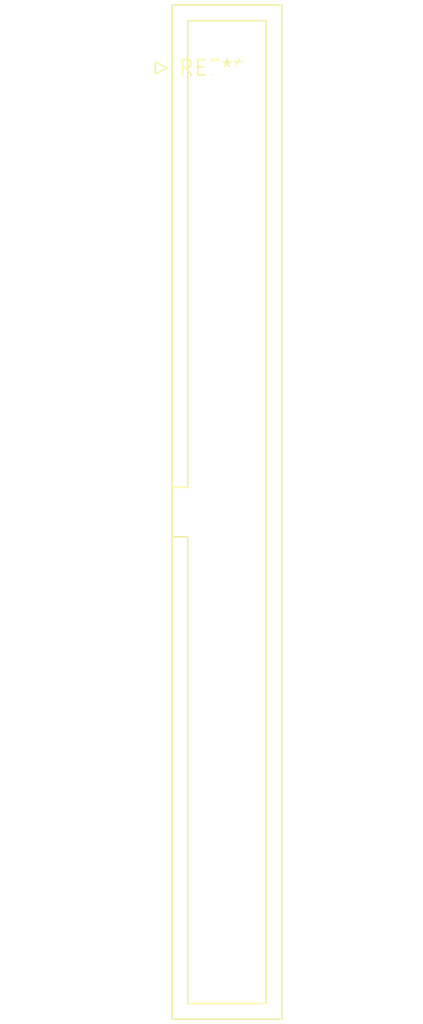
<source format=kicad_pcb>
(kicad_pcb (version 20240108) (generator pcbnew)
  (layers (0 "F.Cu" signal) (31 "B.Cu" signal) (34 "B.Paste" user) (35 "F.Paste" user) (36 "B.SilkS" user "B.Silkscreen") (37 "F.SilkS" user "F.Silkscreen") (38 "B.Mask" user) (39 "F.Mask" user) (44 "Edge.Cuts" user))
  (net 0 "")
  (footprint "IDC-Header_2x30_P2.54mm_Vertical" (layer "F.Cu") (at 0 0)
    (property "Reference" "REF**")
    (property "Value" "IDC-Header_2x30_P2.54mm_Vertical")
    (fp_line (start -4.68 -0.5) (end -4.68 0.5) (layer "F.SilkS") (stroke (width 0.12)))
    (fp_line (start -4.68 0.5) (end -3.68 0) (layer "F.SilkS") (stroke (width 0.12)))
    (fp_line (start -3.68 0) (end -4.68 -0.5) (layer "F.SilkS") (stroke (width 0.12)))
    (fp_line (start -3.29 -5.21) (end 5.83 -5.21) (layer "F.SilkS") (stroke (width 0.12)))
    (fp_line (start -3.29 34.78) (end -1.98 34.78) (layer "F.SilkS") (stroke (width 0.12)))
    (fp_line (start -3.29 78.87) (end -3.29 -5.21) (layer "F.SilkS") (stroke (width 0.12)))
    (fp_line (start -1.98 -3.91) (end 4.52 -3.91) (layer "F.SilkS") (stroke (width 0.12)))
    (fp_line (start -1.98 34.78) (end -1.98 -3.91) (layer "F.SilkS") (stroke (width 0.12)))
    (fp_line (start -1.98 38.88) (end -3.29 38.88) (layer "F.SilkS") (stroke (width 0.12)))
    (fp_line (start -1.98 38.88) (end -1.98 38.88) (layer "F.SilkS") (stroke (width 0.12)))
    (fp_line (start -1.98 77.57) (end -1.98 38.88) (layer "F.SilkS") (stroke (width 0.12)))
    (fp_line (start 4.52 -3.91) (end 4.52 77.57) (layer "F.SilkS") (stroke (width 0.12)))
    (fp_line (start 4.52 77.57) (end -1.98 77.57) (layer "F.SilkS") (stroke (width 0.12)))
    (fp_line (start 5.83 -5.21) (end 5.83 78.87) (layer "F.SilkS") (stroke (width 0.12)))
    (fp_line (start 5.83 78.87) (end -3.29 78.87) (layer "F.SilkS") (stroke (width 0.12)))
    (pad "1" thru_hole roundrect (at 0 0) (size 1.7 1.7) (drill 1) (layers *.Cu *.Mask) (remove_unused_layers) (roundrect_rratio 0.147059))
    (pad "2" thru_hole circle (at 2.54 0) (size 1.7 1.7) (drill 1) (layers *.Cu *.Mask) (remove_unused_layers))
    (pad "3" thru_hole circle (at 0 2.54) (size 1.7 1.7) (drill 1) (layers *.Cu *.Mask) (remove_unused_layers))
    (pad "4" thru_hole circle (at 2.54 2.54) (size 1.7 1.7) (drill 1) (layers *.Cu *.Mask) (remove_unused_layers))
    (pad "5" thru_hole circle (at 0 5.08) (size 1.7 1.7) (drill 1) (layers *.Cu *.Mask) (remove_unused_layers))
    (pad "6" thru_hole circle (at 2.54 5.08) (size 1.7 1.7) (drill 1) (layers *.Cu *.Mask) (remove_unused_layers))
    (pad "7" thru_hole circle (at 0 7.62) (size 1.7 1.7) (drill 1) (layers *.Cu *.Mask) (remove_unused_layers))
    (pad "8" thru_hole circle (at 2.54 7.62) (size 1.7 1.7) (drill 1) (layers *.Cu *.Mask) (remove_unused_layers))
    (pad "9" thru_hole circle (at 0 10.16) (size 1.7 1.7) (drill 1) (layers *.Cu *.Mask) (remove_unused_layers))
    (pad "10" thru_hole circle (at 2.54 10.16) (size 1.7 1.7) (drill 1) (layers *.Cu *.Mask) (remove_unused_layers))
    (pad "11" thru_hole circle (at 0 12.7) (size 1.7 1.7) (drill 1) (layers *.Cu *.Mask) (remove_unused_layers))
    (pad "12" thru_hole circle (at 2.54 12.7) (size 1.7 1.7) (drill 1) (layers *.Cu *.Mask) (remove_unused_layers))
    (pad "13" thru_hole circle (at 0 15.24) (size 1.7 1.7) (drill 1) (layers *.Cu *.Mask) (remove_unused_layers))
    (pad "14" thru_hole circle (at 2.54 15.24) (size 1.7 1.7) (drill 1) (layers *.Cu *.Mask) (remove_unused_layers))
    (pad "15" thru_hole circle (at 0 17.78) (size 1.7 1.7) (drill 1) (layers *.Cu *.Mask) (remove_unused_layers))
    (pad "16" thru_hole circle (at 2.54 17.78) (size 1.7 1.7) (drill 1) (layers *.Cu *.Mask) (remove_unused_layers))
    (pad "17" thru_hole circle (at 0 20.32) (size 1.7 1.7) (drill 1) (layers *.Cu *.Mask) (remove_unused_layers))
    (pad "18" thru_hole circle (at 2.54 20.32) (size 1.7 1.7) (drill 1) (layers *.Cu *.Mask) (remove_unused_layers))
    (pad "19" thru_hole circle (at 0 22.86) (size 1.7 1.7) (drill 1) (layers *.Cu *.Mask) (remove_unused_layers))
    (pad "20" thru_hole circle (at 2.54 22.86) (size 1.7 1.7) (drill 1) (layers *.Cu *.Mask) (remove_unused_layers))
    (pad "21" thru_hole circle (at 0 25.4) (size 1.7 1.7) (drill 1) (layers *.Cu *.Mask) (remove_unused_layers))
    (pad "22" thru_hole circle (at 2.54 25.4) (size 1.7 1.7) (drill 1) (layers *.Cu *.Mask) (remove_unused_layers))
    (pad "23" thru_hole circle (at 0 27.94) (size 1.7 1.7) (drill 1) (layers *.Cu *.Mask) (remove_unused_layers))
    (pad "24" thru_hole circle (at 2.54 27.94) (size 1.7 1.7) (drill 1) (layers *.Cu *.Mask) (remove_unused_layers))
    (pad "25" thru_hole circle (at 0 30.48) (size 1.7 1.7) (drill 1) (layers *.Cu *.Mask) (remove_unused_layers))
    (pad "26" thru_hole circle (at 2.54 30.48) (size 1.7 1.7) (drill 1) (layers *.Cu *.Mask) (remove_unused_layers))
    (pad "27" thru_hole circle (at 0 33.02) (size 1.7 1.7) (drill 1) (layers *.Cu *.Mask) (remove_unused_layers))
    (pad "28" thru_hole circle (at 2.54 33.02) (size 1.7 1.7) (drill 1) (layers *.Cu *.Mask) (remove_unused_layers))
    (pad "29" thru_hole circle (at 0 35.56) (size 1.7 1.7) (drill 1) (layers *.Cu *.Mask) (remove_unused_layers))
    (pad "30" thru_hole circle (at 2.54 35.56) (size 1.7 1.7) (drill 1) (layers *.Cu *.Mask) (remove_unused_layers))
    (pad "31" thru_hole circle (at 0 38.1) (size 1.7 1.7) (drill 1) (layers *.Cu *.Mask) (remove_unused_layers))
    (pad "32" thru_hole circle (at 2.54 38.1) (size 1.7 1.7) (drill 1) (layers *.Cu *.Mask) (remove_unused_layers))
    (pad "33" thru_hole circle (at 0 40.64) (size 1.7 1.7) (drill 1) (layers *.Cu *.Mask) (remove_unused_layers))
    (pad "34" thru_hole circle (at 2.54 40.64) (size 1.7 1.7) (drill 1) (layers *.Cu *.Mask) (remove_unused_layers))
    (pad "35" thru_hole circle (at 0 43.18) (size 1.7 1.7) (drill 1) (layers *.Cu *.Mask) (remove_unused_layers))
    (pad "36" thru_hole circle (at 2.54 43.18) (size 1.7 1.7) (drill 1) (layers *.Cu *.Mask) (remove_unused_layers))
    (pad "37" thru_hole circle (at 0 45.72) (size 1.7 1.7) (drill 1) (layers *.Cu *.Mask) (remove_unused_layers))
    (pad "38" thru_hole circle (at 2.54 45.72) (size 1.7 1.7) (drill 1) (layers *.Cu *.Mask) (remove_unused_layers))
    (pad "39" thru_hole circle (at 0 48.26) (size 1.7 1.7) (drill 1) (layers *.Cu *.Mask) (remove_unused_layers))
    (pad "40" thru_hole circle (at 2.54 48.26) (size 1.7 1.7) (drill 1) (layers *.Cu *.Mask) (remove_unused_layers))
    (pad "41" thru_hole circle (at 0 50.8) (size 1.7 1.7) (drill 1) (layers *.Cu *.Mask) (remove_unused_layers))
    (pad "42" thru_hole circle (at 2.54 50.8) (size 1.7 1.7) (drill 1) (layers *.Cu *.Mask) (remove_unused_layers))
    (pad "43" thru_hole circle (at 0 53.34) (size 1.7 1.7) (drill 1) (layers *.Cu *.Mask) (remove_unused_layers))
    (pad "44" thru_hole circle (at 2.54 53.34) (size 1.7 1.7) (drill 1) (layers *.Cu *.Mask) (remove_unused_layers))
    (pad "45" thru_hole circle (at 0 55.88) (size 1.7 1.7) (drill 1) (layers *.Cu *.Mask) (remove_unused_layers))
    (pad "46" thru_hole circle (at 2.54 55.88) (size 1.7 1.7) (drill 1) (layers *.Cu *.Mask) (remove_unused_layers))
    (pad "47" thru_hole circle (at 0 58.42) (size 1.7 1.7) (drill 1) (layers *.Cu *.Mask) (remove_unused_layers))
    (pad "48" thru_hole circle (at 2.54 58.42) (size 1.7 1.7) (drill 1) (layers *.Cu *.Mask) (remove_unused_layers))
    (pad "49" thru_hole circle (at 0 60.96) (size 1.7 1.7) (drill 1) (layers *.Cu *.Mask) (remove_unused_layers))
    (pad "50" thru_hole circle (at 2.54 60.96) (size 1.7 1.7) (drill 1) (layers *.Cu *.Mask) (remove_unused_layers))
    (pad "51" thru_hole circle (at 0 63.5) (size 1.7 1.7) (drill 1) (layers *.Cu *.Mask) (remove_unused_layers))
    (pad "52" thru_hole circle (at 2.54 63.5) (size 1.7 1.7) (drill 1) (layers *.Cu *.Mask) (remove_unused_layers))
    (pad "53" thru_hole circle (at 0 66.04) (size 1.7 1.7) (drill 1) (layers *.Cu *.Mask) (remove_unused_layers))
    (pad "54" thru_hole circle (at 2.54 66.04) (size 1.7 1.7) (drill 1) (layers *.Cu *.Mask) (remove_unused_layers))
    (pad "55" thru_hole circle (at 0 68.58) (size 1.7 1.7) (drill 1) (layers *.Cu *.Mask) (remove_unused_layers))
    (pad "56" thru_hole circle (at 2.54 68.58) (size 1.7 1.7) (drill 1) (layers *.Cu *.Mask) (remove_unused_layers))
    (pad "57" thru_hole circle (at 0 71.12) (size 1.7 1.7) (drill 1) (layers *.Cu *.Mask) (remove_unused_layers))
    (pad "58" thru_hole circle (at 2.54 71.12) (size 1.7 1.7) (drill 1) (layers *.Cu *.Mask) (remove_unused_layers))
    (pad "59" thru_hole circle (at 0 73.66) (size 1.7 1.7) (drill 1) (layers *.Cu *.Mask) (remove_unused_layers))
    (pad "60" thru_hole circle (at 2.54 73.66) (size 1.7 1.7) (drill 1) (layers *.Cu *.Mask) (remove_unused_layers))
  )
)
</source>
